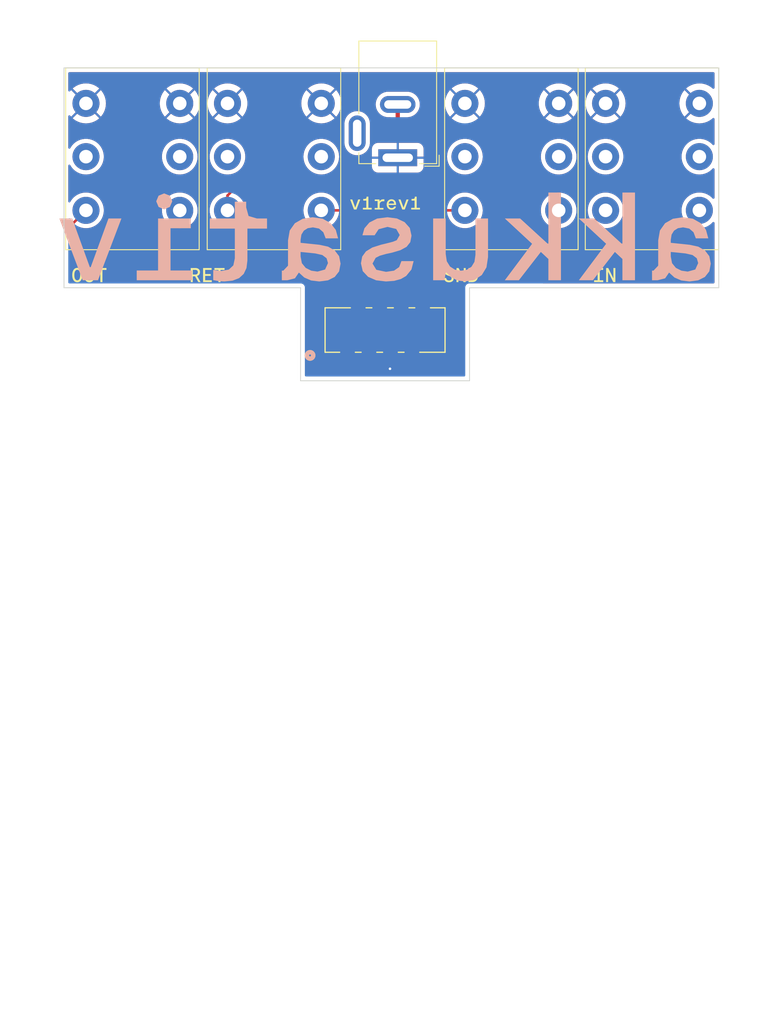
<source format=kicad_pcb>
(kicad_pcb (version 20211014) (generator pcbnew)
  (layers (0 "F.Cu" signal) (31 "B.Cu" signal) (34 "B.Paste" user) (35 "F.Paste" user) (36 "B.SilkS" user "B.Silkscreen") (37 "F.SilkS" user "F.Silkscreen") (38 "B.Mask" user) (39 "F.Mask" user) (44 "Edge.Cuts" user))
  (net 0 "")
  (net 3 "/GND")
  (net 4 "/Out")
  (net 8 "/Ret")
  (net 9 "/Snd")
  (net 12 "/In")
  (net 17 "/Jack9V")
  (net 18 "/Gnd")
  (footprint "Connector_BarrelJack:BarrelJack_GCT_DCJ200-10-A_Horizontal" (layer "F.Cu") (at 101.5 55.626 180)
    (fp_text reference "J6" hide)
    (fp_text value "Barrel_Jack_Switch")
    (fp_line (start 4.6 -0.7) (end 4.6 0.6) (layer "F.SilkS") (width 0.12))
    (fp_line (start -4.9 -1) (end -4.9 0.3) (layer "F.SilkS") (width 0.12))
    (fp_line (start -3.2 -1) (end -4.9 -1) (layer "F.SilkS") (width 0.12))
    (fp_line (start -4.6 13.8) (end -4.6 -0.7) (layer "F.SilkS") (width 0.12))
    (fp_line (start -4.6 -0.7) (end -2.6 -0.7) (layer "F.SilkS") (width 0.12))
    (fp_line (start 4.6 5.2) (end 4.6 13.8) (layer "F.SilkS") (width 0.12))
    (fp_line (start 2.6 -0.7) (end 4.6 -0.7) (layer "F.SilkS") (width 0.12))
    (fp_line (start 4.6 13.8) (end -4.6 13.8) (layer "F.SilkS") (width 0.12))
    (pad "1" thru_hole rect (at 0 0 180) (size 4.6 2) (drill oval 3.6 1) (layers *.Cu *.Mask) (net 3 "/GND"))
    (pad "2" thru_hole oval (at 0 6.3 180) (size 4.2 2) (drill oval 3.2 1) (layers *.Cu *.Mask) (net 17 "/Jack9V"))
    (pad "3" thru_hole oval (at 4.8 2.9 180) (size 2 4.2) (drill oval 1 3.2) (layers *.Cu *.Mask))
  )
  (footprint "kibuzzard-67A4F0EE" (layer "F.Cu") (at 100 61)
    (fp_text reference "kibuzzard-67A4F0EE" hide)
    (fp_text value "G***" hide)
    (fp_poly (pts (xy -0.221456 -0.2286) (xy -0.394395 -0.203002) (xy -0.527447 -0.126206) (xy -0.612279 -0.004762) (xy -0.640556 0.154781) (xy -0.640556 0.566738) (xy -0.1905 0.566738) (xy -0.1905 0.750094) (xy -1.231106 0.750094) (xy -1.231106 0.566738) (xy -0.883444 0.566738) (xy -0.883444 -0.257175) (xy -1.2192 -0.257175) (xy -1.2192 -0.440531) (xy -0.66675 -0.440531) (xy -0.642938 -0.242887) (xy -0.626269 -0.242887) (xy -0.553045 -0.340519) (xy -0.461962 -0.409575) (xy -0.339923 -0.450652) (xy -0.173831 -0.464344) (xy -0.083344 -0.464344) (xy -0.083344 -0.221456) (xy -0.221456 -0.2286)) (layer "F.SilkS") (width 0) (fill solid))
    (fp_poly (pts (xy 3.743325 0.547688) (xy 4.131469 0.547688) (xy 4.131469 0.750094) (xy 3.093244 0.750094) (xy 3.093244 0.547688) (xy 3.493294 0.547688) (xy 3.493294 -0.3048) (xy 3.133725 -0.3048) (xy 3.133725 -0.502444) (xy 3.305175 -0.502444) (xy 3.424238 -0.523875) (xy 3.495675 -0.588169) (xy 3.519487 -0.695325) (xy 3.519487 -0.773906) (xy 3.743325 -0.773906) (xy 3.743325 0.547688)) (layer "F.SilkS") (width 0) (fill solid))
    (fp_poly (pts (xy 2.53365 -0.440531) (xy 2.7813 -0.440531) (xy 2.331244 0.750094) (xy 2.035969 0.750094) (xy 1.583531 -0.440531) (xy 1.833562 -0.440531) (xy 2.176463 0.497681) (xy 2.193131 0.497681) (xy 2.53365 -0.440531)) (layer "F.SilkS") (width 0) (fill solid))
    (fp_poly (pts (xy -3.18135 -0.440531) (xy -2.9337 -0.440531) (xy -3.383756 0.750094) (xy -3.679031 0.750094) (xy -4.131469 -0.440531) (xy -3.881438 -0.440531) (xy -3.538538 0.497681) (xy -3.521869 0.497681) (xy -3.18135 -0.440531)) (layer "F.SilkS") (width 0) (fill solid))
    (fp_poly (pts (xy -1.971675 0.547688) (xy -1.583531 0.547688) (xy -1.583531 0.750094) (xy -2.621756 0.750094) (xy -2.621756 0.547688) (xy -2.221706 0.547688) (xy -2.221706 -0.3048) (xy -2.581275 -0.3048) (xy -2.581275 -0.502444) (xy -2.409825 -0.502444) (xy -2.290763 -0.523875) (xy -2.219325 -0.588169) (xy -2.195513 -0.695325) (xy -2.195513 -0.773906) (xy -1.971675 -0.773906) (xy -1.971675 0.547688)) (layer "F.SilkS") (width 0) (fill solid))
    (fp_poly (pts (xy 0.773906 0.576263) (xy 0.911225 0.55589) (xy 1.008856 0.494771) (xy 1.0668 0.392906) (xy 1.300163 0.392906) (xy 1.236464 0.552152) (xy 1.121569 0.672703) (xy 0.964406 0.748605) (xy 0.773906 0.773906) (xy 0.612775 0.755253) (xy 0.472281 0.699294) (xy 0.352425 0.606028) (xy 0.261144 0.4826) (xy 0.206375 0.336153) (xy 0.188119 0.166688) (xy 0.206375 -0.011245) (xy 0.261144 -0.164042) (xy 0.352425 -0.291703) (xy 0.470958 -0.387615) (xy 0.607483 -0.445161) (xy 0.762 -0.464344) (xy 0.908711 -0.447146) (xy 1.037696 -0.395552) (xy 1.148953 -0.309562) (xy 1.234281 -0.191029) (xy 1.285478 -0.041804) (xy 1.302544 0.138113) (xy 1.297781 0.216694) (xy 0.423862 0.216694) (xy 0.423862 0.045244) (xy 1.069181 0.045244) (xy 1.046262 -0.08007) (xy 0.982266 -0.179784) (xy 0.884932 -0.244971) (xy 0.762 -0.2667) (xy 0.63877 -0.244376) (xy 0.535781 -0.177403) (xy 0.461367 -0.077093) (xy 0.423862 0.045244) (xy 0.423862 0.216694) (xy 0.421481 0.216694) (xy 0.452438 0.362843) (xy 0.526256 0.477441) (xy 0.635794 0.551557) (xy 0.773906 0.576263)) (layer "F.SilkS") (width 0) (fill solid))
  )
  (footprint "kibuzzard-67A4F143" (layer "F.Cu") (at 126 69.5)
    (fp_text reference "kibuzzard-67A4F143" hide)
    (fp_text value "G***" hide)
    (fp_poly (pts (xy 1.026319 -0.833438) (xy 1.259681 -0.833438) (xy 1.259681 0.833438) (xy 1.007269 0.833438) (xy 0.414338 -0.357187) (xy 0.397669 -0.357187) (xy 0.397669 0.833438) (xy 0.164306 0.833438) (xy 0.164306 -0.833438) (xy 0.416719 -0.833438) (xy 1.00965 0.359569) (xy 1.026319 0.359569) (xy 1.026319 -0.833438)) (layer "F.SilkS") (width 0) (fill solid))
    (fp_poly (pts (xy -0.59055 0.611981) (xy -0.176212 0.611981) (xy -0.176212 0.833438) (xy -1.259681 0.833438) (xy -1.259681 0.611981) (xy -0.840581 0.611981) (xy -0.840581 -0.611981) (xy -1.247775 -0.611981) (xy -1.247775 -0.833438) (xy -0.188119 -0.833438) (xy -0.188119 -0.611981) (xy -0.59055 -0.611981) (xy -0.59055 0.611981)) (layer "F.SilkS") (width 0) (fill solid))
  )
  (footprint "kibuzzard-67A4F113" (layer "F.Cu") (at 65 69.5)
    (fp_text reference "kibuzzard-67A4F113" hide)
    (fp_text value "G***" hide)
    (fp_poly (pts (xy 2.026444 -0.833438) (xy 2.026444 -0.607219) (xy 1.550194 -0.607219) (xy 1.550194 0.833438) (xy 1.300163 0.833438) (xy 1.300163 -0.607219) (xy 0.826294 -0.607219) (xy 0.826294 -0.833438) (xy 2.026444 -0.833438)) (layer "F.SilkS") (width 0) (fill solid))
    (fp_poly (pts (xy 0.540544 -0.833438) (xy 0.540544 0.2667) (xy 0.524272 0.441193) (xy 0.475456 0.586846) (xy 0.394097 0.703659) (xy 0.285221 0.788988) (xy 0.153855 0.840184) (xy 0 0.85725) (xy -0.15412 0.840184) (xy -0.286279 0.788988) (xy -0.396478 0.703659) (xy -0.47916 0.586846) (xy -0.52877 0.441193) (xy -0.545306 0.2667) (xy -0.545306 -0.833438) (xy -0.295275 -0.833438) (xy -0.295275 0.295275) (xy -0.274737 0.434876) (xy -0.213122 0.539353) (xy -0.118765 0.60454) (xy 0 0.626269) (xy 0.116681 0.60454) (xy 0.20955 0.539353) (xy 0.270272 0.434876) (xy 0.290513 0.295275) (xy 0.290513 -0.833438) (xy 0.540544 -0.833438)) (layer "F.SilkS") (width 0) (fill solid))
    (fp_poly (pts (xy -1.42875 0.85725) (xy -1.42875 0.626269) (xy -1.285875 0.586085) (xy -1.176337 0.465534) (xy -1.124744 0.342371) (xy -1.093787 0.187193) (xy -1.083469 0) (xy -1.093787 -0.187193) (xy -1.124744 -0.342371) (xy -1.176337 -0.465534) (xy -1.285875 -0.586085) (xy -1.42875 -0.626269) (xy -1.573411 -0.586085) (xy -1.683544 -0.465534) (xy -1.735137 -0.342371) (xy -1.766094 -0.187193) (xy -1.776413 0) (xy -1.766094 0.187193) (xy -1.735137 0.342371) (xy -1.683544 0.465534) (xy -1.573411 0.586085) (xy -1.42875 0.626269) (xy -1.42875 0.85725) (xy -1.600068 0.832115) (xy -1.745721 0.756708) (xy -1.865709 0.631031) (xy -1.936031 0.50676) (xy -1.98626 0.360164) (xy -2.016398 0.191244) (xy -2.026444 0) (xy -2.016398 -0.189309) (xy -1.98626 -0.357187) (xy -1.936031 -0.503634) (xy -1.865709 -0.62865) (xy -1.745721 -0.75565) (xy -1.600068 -0.83185) (xy -1.42875 -0.85725) (xy -1.258755 -0.83185) (xy -1.113896 -0.75565) (xy -0.994172 -0.62865) (xy -0.923851 -0.503634) (xy -0.873621 -0.357187) (xy -0.843483 -0.189309) (xy -0.833437 0) (xy -0.843483 0.189309) (xy -0.873621 0.357187) (xy -0.923851 0.503634) (xy -0.994172 0.62865) (xy -1.113896 0.75565) (xy -1.258755 0.83185) (xy -1.42875 0.85725)) (layer "F.SilkS") (width 0) (fill solid))
  )
  (footprint "Tayda-A6446-6-35mm-Compact-PCB-Mounted-Jack:tayda-A6446-6mm35-jack-pcb-compact" (layer "F.Cu") (at 71.5 45 90)
    (fp_text reference "J1" hide)
    (fp_text value "Out")
    (fp_line (start 0 -9.3) (end 0 6.5) (layer "F.SilkS") (width 0.12))
    (fp_line (start 0 6.5) (end -21.5 6.5) (layer "F.SilkS") (width 0.12))
    (fp_line (start -21.5 -9.3) (end 0 -9.3) (layer "F.SilkS") (width 0.12))
    (fp_line (start -21.5 6.5) (end -21.5 -9.3) (layer "F.SilkS") (width 0.12))
    (pad "R" thru_hole circle (at -10.5 -6.9 90) (size 3.2 3.2) (drill 1.6) (layers F&B.Cu *.Mask))
    (pad "RN" thru_hole circle (at -10.5 4.2 90) (size 3.2 3.2) (drill 1.6) (layers F&B.Cu *.Mask))
    (pad "S" thru_hole circle (at -4.2 4.2 90) (size 3.2 3.2) (drill 1.6) (layers F&B.Cu *.Mask) (net 3 "/GND"))
    (pad "S" thru_hole circle (at -4.2 -6.9 90) (size 3.2 3.2) (drill 1.6) (layers F&B.Cu *.Mask) (net 3 "/GND"))
    (pad "T" thru_hole circle (at -16.85 -6.9 90) (size 3.2 3.2) (drill 1.6) (layers F&B.Cu *.Mask) (net 4 "/Out"))
    (pad "TN" thru_hole circle (at -16.85 4.2 90) (size 3.2 3.2) (drill 1.6) (layers F&B.Cu *.Mask))
  )
  (footprint "Tayda-A6446-6-35mm-Compact-PCB-Mounted-Jack:tayda-A6446-6mm35-jack-pcb-compact" (layer "F.Cu") (at 133 45 90)
    (fp_text reference "J3" hide)
    (fp_text value "In")
    (fp_line (start -21.5 6.5) (end -21.5 -9.3) (layer "F.SilkS") (width 0.12))
    (fp_line (start 0 6.5) (end -21.5 6.5) (layer "F.SilkS") (width 0.12))
    (fp_line (start -21.5 -9.3) (end 0 -9.3) (layer "F.SilkS") (width 0.12))
    (fp_line (start 0 -9.3) (end 0 6.5) (layer "F.SilkS") (width 0.12))
    (pad "R" thru_hole circle (at -10.5 -6.9 90) (size 3.2 3.2) (drill 1.6) (layers F&B.Cu *.Mask))
    (pad "RN" thru_hole circle (at -10.5 4.2 90) (size 3.2 3.2) (drill 1.6) (layers F&B.Cu *.Mask))
    (pad "S" thru_hole circle (at -4.2 4.2 90) (size 3.2 3.2) (drill 1.6) (layers F&B.Cu *.Mask) (net 3 "/GND"))
    (pad "S" thru_hole circle (at -4.2 -6.9 90) (size 3.2 3.2) (drill 1.6) (layers F&B.Cu *.Mask) (net 3 "/GND"))
    (pad "T" thru_hole circle (at -16.85 -6.9 90) (size 3.2 3.2) (drill 1.6) (layers F&B.Cu *.Mask) (net 12 "/In"))
    (pad "TN" thru_hole circle (at -16.85 4.2 90) (size 3.2 3.2) (drill 1.6) (layers F&B.Cu *.Mask))
  )
  (footprint "Tayda-A6446-6-35mm-Compact-PCB-Mounted-Jack:tayda-A6446-6mm35-jack-pcb-compact" (layer "F.Cu") (at 116.35 45 90)
    (fp_text reference "J4" hide)
    (fp_text value "Snd")
    (fp_line (start 0 -9.3) (end 0 6.5) (layer "F.SilkS") (width 0.12))
    (fp_line (start -21.5 6.5) (end -21.5 -9.3) (layer "F.SilkS") (width 0.12))
    (fp_line (start -21.5 -9.3) (end 0 -9.3) (layer "F.SilkS") (width 0.12))
    (fp_line (start 0 6.5) (end -21.5 6.5) (layer "F.SilkS") (width 0.12))
    (pad "R" thru_hole circle (at -10.5 -6.9 90) (size 3.2 3.2) (drill 1.6) (layers F&B.Cu *.Mask))
    (pad "RN" thru_hole circle (at -10.5 4.2 90) (size 3.2 3.2) (drill 1.6) (layers F&B.Cu *.Mask))
    (pad "S" thru_hole circle (at -4.2 4.2 90) (size 3.2 3.2) (drill 1.6) (layers F&B.Cu *.Mask) (net 3 "/GND"))
    (pad "S" thru_hole circle (at -4.2 -6.9 90) (size 3.2 3.2) (drill 1.6) (layers F&B.Cu *.Mask) (net 3 "/GND"))
    (pad "T" thru_hole circle (at -16.85 -6.9 90) (size 3.2 3.2) (drill 1.6) (layers F&B.Cu *.Mask) (net 9 "/Snd"))
    (pad "TN" thru_hole circle (at -16.85 4.2 90) (size 3.2 3.2) (drill 1.6) (layers F&B.Cu *.Mask))
  )
  (footprint "Tayda-A6446-6-35mm-Compact-PCB-Mounted-Jack:tayda-A6446-6mm35-jack-pcb-compact" (layer "F.Cu") (at 88.25 45 90)
    (fp_text reference "J2" hide)
    (fp_text value "Ret")
    (fp_line (start 0 6.5) (end -21.5 6.5) (layer "F.SilkS") (width 0.12))
    (fp_line (start -21.5 -9.3) (end 0 -9.3) (layer "F.SilkS") (width 0.12))
    (fp_line (start 0 -9.3) (end 0 6.5) (layer "F.SilkS") (width 0.12))
    (fp_line (start -21.5 6.5) (end -21.5 -9.3) (layer "F.SilkS") (width 0.12))
    (pad "R" thru_hole circle (at -10.5 -6.9 90) (size 3.2 3.2) (drill 1.6) (layers F&B.Cu *.Mask))
    (pad "RN" thru_hole circle (at -10.5 4.2 90) (size 3.2 3.2) (drill 1.6) (layers F&B.Cu *.Mask))
    (pad "S" thru_hole circle (at -4.2 -6.9 90) (size 3.2 3.2) (drill 1.6) (layers F&B.Cu *.Mask) (net 3 "/GND"))
    (pad "S" thru_hole circle (at -4.2 4.2 90) (size 3.2 3.2) (drill 1.6) (layers F&B.Cu *.Mask) (net 3 "/GND"))
    (pad "T" thru_hole circle (at -16.85 -6.9 90) (size 3.2 3.2) (drill 1.6) (layers F&B.Cu *.Mask) (net 8 "/Ret"))
    (pad "TN" thru_hole circle (at -16.85 4.2 90) (size 3.2 3.2) (drill 1.6) (layers F&B.Cu *.Mask) (net 9 "/Snd"))
  )
  (footprint "kibuzzard-67A4F12B" (layer "F.Cu") (at 79 69.5)
    (fp_text reference "kibuzzard-67A4F12B" hide)
    (fp_text value "G***" hide)
    (fp_poly (pts (xy -0.292894 0.611981) (xy 0.492919 0.611981) (xy 0.492919 0.833438) (xy -0.538162 0.833438) (xy -0.538162 -0.833438) (xy 0.469106 -0.833438) (xy 0.469106 -0.611981) (xy -0.292894 -0.611981) (xy -0.292894 -0.121444) (xy 0.366713 -0.121444) (xy 0.366713 0.097631) (xy -0.292894 0.097631) (xy -0.292894 0.611981)) (layer "F.SilkS") (width 0) (fill solid))
    (fp_poly (pts (xy -0.833438 0.833438) (xy -1.102519 0.833438) (xy -1.490663 0.1524) (xy -1.757363 0.1524) (xy -1.757363 -0.064294) (xy -1.462088 -0.064294) (xy -1.334393 -0.083344) (xy -1.237059 -0.140494) (xy -1.175445 -0.229195) (xy -1.154906 -0.3429) (xy -1.175445 -0.457498) (xy -1.237059 -0.544116) (xy -1.334393 -0.598587) (xy -1.462088 -0.616744) (xy -1.757363 -0.616744) (xy -1.757363 -0.064294) (xy -1.757363 0.1524) (xy -1.757363 0.833438) (xy -2.002631 0.833438) (xy -2.002631 -0.833438) (xy -1.42875 -0.833438) (xy -1.27926 -0.818885) (xy -1.151467 -0.775229) (xy -1.045369 -0.702469) (xy -0.965994 -0.605631) (xy -0.918369 -0.489744) (xy -0.902494 -0.354806) (xy -0.925413 -0.19437) (xy -0.994172 -0.060722) (xy -1.103412 0.04197) (xy -1.247775 0.109538) (xy -0.833438 0.833438)) (layer "F.SilkS") (width 0) (fill solid))
    (fp_poly (pts (xy 2.002631 -0.833438) (xy 2.002631 -0.607219) (xy 1.526381 -0.607219) (xy 1.526381 0.833438) (xy 1.27635 0.833438) (xy 1.27635 -0.607219) (xy 0.802481 -0.607219) (xy 0.802481 -0.833438) (xy 2.002631 -0.833438)) (layer "F.SilkS") (width 0) (fill solid))
  )
  (footprint "molex-picoflex8:CONN_SDA-90814_08_MOL" (layer "F.Cu") (at 100 76)
    (fp_text reference "J5" hide)
    (fp_text value "908140508")
    (fp_circle (center -8.8773 2.998099) (end -8.4963 2.998099) (layer "B.SilkS") (width 0.508) (fill none))
    (fp_line (start -0.97536 2.6289) (end -0.29464 2.6289) (layer "F.SilkS") (width 0.1524))
    (fp_line (start 7.0993 2.6289) (end 7.0993 -2.6289) (layer "F.SilkS") (width 0.1524))
    (fp_line (start -3.51536 2.6289) (end -2.83464 2.6289) (layer "F.SilkS") (width 0.1524))
    (fp_line (start 3.51536 -2.6289) (end 2.83464 -2.6289) (layer "F.SilkS") (width 0.1524))
    (fp_line (start -4.10464 -2.6289) (end -7.0993 -2.6289) (layer "F.SilkS") (width 0.1524))
    (fp_line (start -7.0993 -2.6289) (end -7.0993 2.6289) (layer "F.SilkS") (width 0.1524))
    (fp_line (start 1.56464 2.6289) (end 2.24536 2.6289) (layer "F.SilkS") (width 0.1524))
    (fp_line (start -1.56464 -2.6289) (end -2.24536 -2.6289) (layer "F.SilkS") (width 0.1524))
    (fp_line (start 7.0993 -2.6289) (end 5.37464 -2.6289) (layer "F.SilkS") (width 0.1524))
    (fp_line (start -7.0993 2.6289) (end -5.37464 2.6289) (layer "F.SilkS") (width 0.1524))
    (fp_line (start 4.10464 2.6289) (end 7.0993 2.6289) (layer "F.SilkS") (width 0.1524))
    (fp_line (start 0.97536 -2.6289) (end 0.29464 -2.6289) (layer "F.SilkS") (width 0.1524))
    (fp_circle (center -8.8773 2.998099) (end -8.4963 2.998099) (layer "F.SilkS") (width 0.508) (fill none))
    (pad "1" smd rect (at -4.445 2.998099) (size 1.1938 2.0066) (layers "F.Cu" "F.Paste" "F.Mask") (net 17 "/Jack9V"))
    (pad "2" smd rect (at -3.175 -3.001902) (size 1.1938 2.0066) (layers "F.Cu" "F.Paste" "F.Mask") (net 3 "/GND"))
    (pad "3" smd rect (at -1.905 2.998099) (size 1.1938 2.0066) (layers "F.Cu" "F.Paste" "F.Mask") (net 12 "/In"))
    (pad "4" smd rect (at -0.635 -3.001902) (size 1.1938 2.0066) (layers "F.Cu" "F.Paste" "F.Mask") (net 9 "/Snd"))
    (pad "5" smd rect (at 0.635 2.998099) (size 1.1938 2.0066) (layers "F.Cu" "F.Paste" "F.Mask") (net 3 "/GND"))
    (pad "6" smd rect (at 1.905 -3.001902) (size 1.1938 2.0066) (layers "F.Cu" "F.Paste" "F.Mask") (net 8 "/Ret"))
    (pad "7" smd rect (at 3.175 2.998099) (size 1.1938 2.0066) (layers "F.Cu" "F.Paste" "F.Mask") (net 4 "/Out"))
    (pad "8" smd rect (at 4.445 -3.001902) (size 1.1938 2.0066) (layers "F.Cu" "F.Paste" "F.Mask") (net 18 "/Gnd"))
  )
  (footprint "kibuzzard-67A4F13A" (layer "F.Cu") (at 109 69.5)
    (fp_text reference "kibuzzard-67A4F13A" hide)
    (fp_text value "G***" hide)
    (fp_poly (pts (xy 1.302544 -0.833438) (xy 1.466106 -0.819522) (xy 1.60913 -0.777776) (xy 1.731615 -0.708199) (xy 1.833563 -0.610791) (xy 1.913781 -0.489421) (xy 1.97108 -0.34796) (xy 2.005459 -0.186407) (xy 2.016919 -0.004763) (xy 2.005533 0.179115) (xy 1.971377 0.342602) (xy 1.914451 0.485701) (xy 1.834753 0.608409) (xy 1.733178 0.706859) (xy 1.610618 0.77718) (xy 1.467073 0.819373) (xy 1.302544 0.833438) (xy 1.288256 0.833438) (xy 1.288256 0.607219) (xy 1.431264 0.589889) (xy 1.549135 0.537898) (xy 1.641872 0.451247) (xy 1.708679 0.331258) (xy 1.748764 0.179255) (xy 1.762125 -0.004763) (xy 1.748962 -0.188846) (xy 1.709473 -0.33946) (xy 1.643658 -0.456605) (xy 1.551517 -0.540279) (xy 1.433049 -0.590484) (xy 1.288256 -0.607219) (xy 1.131094 -0.607219) (xy 1.131094 0.607219) (xy 1.288256 0.607219) (xy 1.288256 0.833438) (xy 0.881063 0.833438) (xy 0.881063 -0.833438) (xy 1.302544 -0.833438)) (layer "F.SilkS") (width 0) (fill solid))
    (fp_poly (pts (xy -0.8763 0.392906) (xy -0.893498 0.531813) (xy -0.945092 0.646906) (xy -1.031081 0.738187) (xy -1.144587 0.804333) (xy -1.278731 0.844021) (xy -1.433512 0.85725) (xy -1.59729 0.842036) (xy -1.736196 0.796396) (xy -1.850231 0.720328) (xy -1.936485 0.617802) (xy -1.992048 0.492786) (xy -2.016919 0.345281) (xy -1.769269 0.345281) (xy -1.735038 0.471487) (xy -1.665684 0.564356) (xy -1.563588 0.621506) (xy -1.431131 0.640556) (xy -1.311176 0.625673) (xy -1.213247 0.581025) (xy -1.14806 0.506016) (xy -1.126331 0.40005) (xy -1.152525 0.277416) (xy -1.237059 0.1905) (xy -1.338262 0.135731) (xy -1.464469 0.090488) (xy -1.526381 0.071438) (xy -1.684734 0.008334) (xy -1.820466 -0.0762) (xy -1.927622 -0.208359) (xy -1.964531 -0.390525) (xy -1.947598 -0.52242) (xy -1.896798 -0.635529) (xy -1.812131 -0.729853) (xy -1.701271 -0.800629) (xy -1.57189 -0.843095) (xy -1.423987 -0.85725) (xy -1.275292 -0.842301) (xy -1.146704 -0.797454) (xy -1.038225 -0.722709) (xy -0.955146 -0.624681) (xy -0.902758 -0.509984) (xy -0.881062 -0.378619) (xy -1.116806 -0.378619) (xy -1.145977 -0.484287) (xy -1.209675 -0.567928) (xy -1.303734 -0.622399) (xy -1.423987 -0.640556) (xy -1.542157 -0.62359) (xy -1.634728 -0.572691) (xy -1.694557 -0.495002) (xy -1.7145 -0.397669) (xy -1.693069 -0.309562) (xy -1.651397 -0.24765) (xy -1.572816 -0.198834) (xy -1.497806 -0.165497) (xy -1.407319 -0.135731) (xy -1.35255 -0.116681) (xy -1.272778 -0.088106) (xy -1.188244 -0.052388) (xy -1.095375 -0.002381) (xy -1.014412 0.063103) (xy -0.940594 0.148828) (xy -0.89535 0.257175) (xy -0.8763 0.392906)) (layer "F.SilkS") (width 0) (fill solid))
    (fp_poly (pts (xy 0.314325 -0.833438) (xy 0.547688 -0.833438) (xy 0.547688 0.833438) (xy 0.295275 0.833438) (xy -0.297656 -0.357187) (xy -0.314325 -0.357187) (xy -0.314325 0.833438) (xy -0.547687 0.833438) (xy -0.547687 -0.833438) (xy -0.295275 -0.833438) (xy 0.297656 0.359569) (xy 0.314325 0.359569) (xy 0.314325 -0.833438)) (layer "F.SilkS") (width 0) (fill solid))
  )
  (footprint "kibuzzard-67A4F1E7" (layer "B.Cu") (at 100 65 180)
    (fp_text reference "kibuzzard-67A4F1E7" hide)
    (fp_text value "G***" hide)
    (fp_poly (pts (xy -22.937153 2.19075) (xy -26.164858 -0.803275) (xy -22.937153 -5.11175) (xy -24.602123 -5.11175) (xy -27.201813 -1.767205) (xy -28.092718 -2.59969) (xy -28.092718 -5.11175) (xy -29.582428 -5.11175) (xy -29.582428 5.2578) (xy -28.092718 5.2578) (xy -28.092718 -0.774065) (xy -27.990483 -0.774065) (xy -24.748173 2.19075) (xy -22.937153 2.19075)) (layer "B.SilkS") (width 0) (fill solid))
    (fp_poly (pts (xy 26.865898 -3.957955) (xy 29.392562 -3.957955) (xy 29.392562 -5.11175) (xy 22.849523 -5.11175) (xy 22.849523 -3.957955) (xy 25.390793 -3.957955) (xy 25.390793 1.036955) (xy 22.995572 1.036955) (xy 22.995572 2.19075) (xy 26.865898 2.19075) (xy 26.865898 -3.957955)) (layer "B.SilkS") (width 0) (fill solid))
    (fp_poly (pts (xy -31.773178 -3.97256) (xy -31.597918 -3.97256) (xy -31.597918 -5.11175) (xy -32.255143 -5.11175) (xy -33.149699 -4.885373) (xy -33.613408 -4.20624) (xy -34.252782 -4.79044) (xy -35.060925 -5.14096) (xy -35.818763 -5.231598) (xy -35.818763 -4.0894) (xy -35.075733 -3.979863) (xy -34.423985 -3.65125) (xy -33.969404 -3.09626) (xy -33.817878 -2.30759) (xy -33.817878 -1.767205) (xy -35.555873 -1.942465) (xy -36.391603 -2.133953) (xy -36.893041 -2.513683) (xy -37.060188 -3.081655) (xy -36.71697 -3.841115) (xy -35.818763 -4.0894) (xy -35.818763 -5.231598) (xy -36.037838 -5.2578) (xy -37.054711 -5.124529) (xy -37.85616 -4.724718) (xy -38.376463 -4.065667) (xy -38.549898 -3.15468) (xy -38.378289 -2.267426) (xy -37.863463 -1.591945) (xy -37.06749 -1.13919) (xy -36.052443 -0.920115) (xy -33.817878 -0.686435) (xy -33.817878 -0.335915) (xy -33.914636 0.286623) (xy -34.20491 0.752158) (xy -34.666793 1.042432) (xy -35.278378 1.13919) (xy -36.003759 0.994763) (xy -36.505198 0.561481) (xy -36.782693 -0.160655) (xy -38.257798 -0.160655) (xy -37.982128 0.845264) (xy -37.35959 1.643062) (xy -36.433998 2.163366) (xy -35.249168 2.3368) (xy -34.071639 2.159714) (xy -33.138745 1.628458) (xy -32.530812 0.768588) (xy -32.328168 -0.394335) (xy -32.328168 -3.38836) (xy -31.773178 -3.97256)) (layer "B.SilkS") (width 0) (fill solid))
    (fp_poly (pts (xy 26.150253 3.27152) (xy 25.47112 3.556317) (xy 25.186323 4.220845) (xy 25.47112 4.885373) (xy 26.150253 5.155565) (xy 26.807478 4.885373) (xy 27.084973 4.220845) (xy 26.807478 3.556317) (xy 26.150253 3.27152)) (layer "B.SilkS") (width 0) (fill solid))
    (fp_poly (pts (xy 12.041822 -3.97256) (xy 12.217082 -3.97256) (xy 12.217082 -5.11175) (xy 11.559857 -5.11175) (xy 10.665301 -4.885373) (xy 10.201592 -4.20624) (xy 9.562218 -4.79044) (xy 8.754075 -5.14096) (xy 7.996237 -5.231598) (xy 7.996237 -4.0894) (xy 8.739267 -3.979863) (xy 9.391015 -3.65125) (xy 9.845596 -3.09626) (xy 9.997122 -2.30759) (xy 9.997122 -1.767205) (xy 8.259127 -1.942465) (xy 7.423397 -2.133953) (xy 6.921959 -2.513683) (xy 6.754812 -3.081655) (xy 7.09803 -3.841115) (xy 7.996237 -4.0894) (xy 7.996237 -5.231598) (xy 7.777162 -5.2578) (xy 6.760289 -5.124529) (xy 5.95884 -4.724718) (xy 5.438537 -4.065667) (xy 5.265102 -3.15468) (xy 5.436711 -2.267426) (xy 5.951537 -1.591945) (xy 6.74751 -1.13919) (xy 7.762557 -0.920115) (xy 9.997122 -0.686435) (xy 9.997122 -0.335915) (xy 9.900364 0.286623) (xy 9.61009 0.752158) (xy 9.148207 1.042432) (xy 8.536622 1.13919) (xy 7.811241 0.994763) (xy 7.309803 0.561481) (xy 7.032307 -0.160655) (xy 5.557202 -0.160655) (xy 5.832872 0.845264) (xy 6.45541 1.643062) (xy 7.381002 2.163366) (xy 8.565832 2.3368) (xy 9.743361 2.159714) (xy 10.676255 1.628458) (xy 11.284188 0.768588) (xy 11.486832 -0.394335) (xy 11.486832 -3.38836) (xy 12.041822 -3.97256)) (layer "B.SilkS") (width 0) (fill solid))
    (fp_poly (pts (xy 2.855277 -3.110865) (xy 2.643505 -4.036457) (xy 2.008187 -4.710113) (xy 1.055211 -5.120878) (xy -0.109538 -5.2578) (xy -1.075902 -5.185586) (xy -1.871874 -4.968946) (xy -2.497455 -4.607878) (xy -3.123644 -3.842941) (xy -3.381058 -2.847975) (xy -1.935163 -2.847975) (xy -1.667404 -3.553883) (xy -1.058863 -3.977428) (xy -0.109538 -4.11861) (xy 1.029652 -3.877628) (xy 1.482407 -3.140075) (xy 1.10998 -2.460942) (xy 0.615236 -2.210832) (xy -0.124143 -2.000885) (xy -0.810578 -1.854835) (xy -1.821974 -1.557258) (xy -2.548573 -1.161097) (xy -2.986723 -0.607933) (xy -3.132773 0.160655) (xy -2.928303 1.071642) (xy -2.314893 1.759902) (xy -1.398429 2.192576) (xy -0.284798 2.3368) (xy 0.936546 2.181622) (xy 1.854835 1.716088) (xy 2.444512 1.027827) (xy 2.680017 0.20447) (xy 1.234122 0.20447) (xy 0.75946 0.920115) (xy -0.284798 1.19761) (xy -1.321753 0.949325) (xy -1.730693 0.23368) (xy -1.380173 -0.37973) (xy -0.898208 -0.569595) (xy -0.153353 -0.75946) (xy 0.460057 -0.90551) (xy 1.517094 -1.243251) (xy 2.263775 -1.701483) (xy 2.707402 -2.313067) (xy 2.855277 -3.110865)) (layer "B.SilkS") (width 0) (fill solid))
    (fp_poly (pts (xy -9.485948 -5.2578) (xy -10.590451 -5.067935) (xy -11.45032 -4.49834) (xy -12.003484 -3.589179) (xy -12.187873 -2.380615) (xy -12.187873 2.19075) (xy -10.698163 2.19075) (xy -10.698163 -2.117725) (xy -10.579497 -2.935605) (xy -10.2235 -3.519805) (xy -9.681289 -3.870325) (xy -9.003983 -3.987165) (xy -8.273733 -3.863023) (xy -7.689533 -3.490595) (xy -7.306151 -2.869882) (xy -7.178358 -2.000885) (xy -7.178358 2.19075) (xy -5.688648 2.19075) (xy -5.688648 -5.11175) (xy -7.032308 -5.11175) (xy -7.178358 -4.20624) (xy -7.280593 -4.20624) (xy -7.850188 -4.79044) (xy -8.585306 -5.14096) (xy -9.485948 -5.2578)) (layer "B.SilkS") (width 0) (fill solid))
    (fp_poly (pts (xy 37.030978 2.19075) (xy 38.549898 2.19075) (xy 35.789553 -5.11175) (xy 33.978533 -5.11175) (xy 31.203583 2.19075) (xy 32.737108 2.19075) (xy 34.840228 -3.56362) (xy 34.942463 -3.56362) (xy 37.030978 2.19075)) (layer "B.SilkS") (width 0) (fill solid))
    (fp_poly (pts (xy -14.174153 2.19075) (xy -17.401858 -0.803275) (xy -14.174153 -5.11175) (xy -15.839123 -5.11175) (xy -18.438813 -1.767205) (xy -19.329718 -2.59969) (xy -19.329718 -5.11175) (xy -20.819428 -5.11175) (xy -20.819428 5.2578) (xy -19.329718 5.2578) (xy -19.329718 -0.774065) (xy -19.227483 -0.774065) (xy -15.985173 2.19075) (xy -14.174153 2.19075)) (layer "B.SilkS") (width 0) (fill solid))
    (fp_poly (pts (xy 17.781587 -2.526665) (xy 17.95847 -3.354282) (xy 18.489119 -3.850852) (xy 19.373533 -4.016375) (xy 20.337463 -3.899535) (xy 20.337463 -5.097145) (xy 19.68754 -5.217636) (xy 19.023013 -5.2578) (xy 18.039804 -5.158486) (xy 17.275086 -4.860544) (xy 16.728859 -4.363974) (xy 16.401123 -3.668776) (xy 16.291878 -2.77495) (xy 16.291878 0.99314) (xy 13.969683 0.99314) (xy 13.969683 2.19075) (xy 15.167292 2.19075) (xy 16.15313 2.48285) (xy 16.437928 3.5052) (xy 16.437928 4.17703) (xy 17.781587 4.17703) (xy 17.781587 2.19075) (xy 20.746403 2.19075) (xy 20.746403 0.99314) (xy 17.781587 0.99314) (xy 17.781587 -2.526665)) (layer "B.SilkS") (width 0) (fill solid))
  )
  (gr_line (start 110 71) (end 139.5 71) (layer "Edge.Cuts") (width 0.1))
  (gr_line (start 62 45) (end 139.5 45) (layer "Edge.Cuts") (width 0.1))
  (gr_line (start 90 71) (end 62 71) (layer "Edge.Cuts") (width 0.1))
  (gr_line (start 110 82) (end 90 82) (layer "Edge.Cuts") (width 0.1))
  (gr_line (start 62 71) (end 62 45) (layer "Edge.Cuts") (width 0.1))
  (gr_line (start 139.5 45) (end 139.5 71) (layer "Edge.Cuts") (width 0.1))
  (gr_line (start 110 82) (end 110 71) (layer "Edge.Cuts") (width 0.1))
  (gr_line (start 90 82) (end 90 71) (layer "Edge.Cuts") (width 0.1))
  (segment (start 100.635 80.5295) (end 100.584 80.5805) (width 0.3) (layer "F.Cu") (net 3))
  (segment (start 100.635 78.998099) (end 100.635 80.5295) (width 0.3) (layer "F.Cu") (net 3))
  (via (at 100.584 80.5805) (size 0.7) (drill 0.3) (layers "F.Cu" "B.Cu") (net 3))
  (segment (start 92.456 81.28) (end 91.186 80.01) (width 0.3) (layer "F.Cu") (net 4))
  (segment (start 103.175 78.998099) (end 103.175 80.721) (width 0.3) (layer "F.Cu") (net 4))
  (segment (start 62.9 63.55) (end 64.6 61.85) (width 0.3) (layer "F.Cu") (net 4))
  (segment (start 90.17 70.104) (end 64.262 70.104) (width 0.3) (layer "F.Cu") (net 4))
  (segment (start 64.262 70.104) (end 62.9 68.742) (width 0.3) (layer "F.Cu") (net 4))
  (segment (start 91.186 80.01) (end 91.186 71.12) (width 0.3) (layer "F.Cu") (net 4))
  (segment (start 102.616 81.28) (end 92.456 81.28) (width 0.3) (layer "F.Cu") (net 4))
  (segment (start 91.186 71.12) (end 90.17 70.104) (width 0.3) (layer "F.Cu") (net 4))
  (segment (start 62.9 68.742) (end 62.9 63.55) (width 0.3) (layer "F.Cu") (net 4))
  (segment (start 103.175 80.721) (end 102.616 81.28) (width 0.3) (layer "F.Cu") (net 4))
  (segment (start 112.268 65.278) (end 104.648 65.278) (width 0.3) (layer "F.Cu") (net 8))
  (segment (start 101.905 68.021) (end 101.905 72.998098) (width 0.3) (layer "F.Cu") (net 8))
  (segment (start 104.648 65.278) (end 101.905 68.021) (width 0.3) (layer "F.Cu") (net 8))
  (segment (start 112.268 58.674) (end 113.03 59.436) (width 0.3) (layer "F.Cu") (net 8))
  (segment (start 113.03 59.436) (end 113.03 64.516) (width 0.3) (layer "F.Cu") (net 8))
  (segment (start 81.35 61.85) (end 81.35 60.1) (width 0.3) (layer "F.Cu") (net 8))
  (segment (start 113.03 64.516) (end 112.268 65.278) (width 0.3) (layer "F.Cu") (net 8))
  (segment (start 81.35 60.1) (end 82.776 58.674) (width 0.3) (layer "F.Cu") (net 8))
  (segment (start 82.776 58.674) (end 112.268 58.674) (width 0.3) (layer "F.Cu") (net 8))
  (segment (start 95.886 61.85) (end 92.45 61.85) (width 0.3) (layer "F.Cu") (net 9))
  (segment (start 102.844 61.85) (end 109.45 61.85) (width 0.3) (layer "F.Cu") (net 9))
  (segment (start 99.365 65.329) (end 99.365 72.998098) (width 0.3) (layer "F.Cu") (net 9))
  (segment (start 99.365 65.329) (end 102.844 61.85) (width 0.3) (layer "F.Cu") (net 9))
  (segment (start 95.886 61.85) (end 99.365 65.329) (width 0.3) (layer "F.Cu") (net 9))
  (segment (start 109.22 70.612) (end 109.728 70.104) (width 0.3) (layer "F.Cu") (net 12))
  (segment (start 98.377201 77.644799) (end 106.251201 77.644799) (width 0.3) (layer "F.Cu") (net 12))
  (segment (start 109.22 74.676) (end 109.22 70.612) (width 0.3) (layer "F.Cu") (net 12))
  (segment (start 98.095 77.927) (end 98.377201 77.644799) (width 0.3) (layer "F.Cu") (net 12))
  (segment (start 109.728 70.104) (end 117.846 70.104) (width 0.3) (layer "F.Cu") (net 12))
  (segment (start 98.095 78.998099) (end 98.095 77.927) (width 0.3) (layer "F.Cu") (net 12))
  (segment (start 106.251201 77.644799) (end 109.22 74.676) (width 0.3) (layer "F.Cu") (net 12))
  (segment (start 117.846 70.104) (end 126.1 61.85) (width 0.3) (layer "F.Cu") (net 12))
  (segment (start 106.934 68.072) (end 107.696 67.31) (width 0.5) (layer "F.Cu") (net 17))
  (segment (start 99.369099 75.184) (end 105.156 75.184) (width 0.5) (layer "F.Cu") (net 17))
  (segment (start 102.87 52.324) (end 101.5 50.954) (width 0.5) (layer "F.Cu") (net 17))
  (segment (start 113.792 67.31) (end 115.57 65.532) (width 0.5) (layer "F.Cu") (net 17))
  (segment (start 107.696 67.31) (end 113.792 67.31) (width 0.5) (layer "F.Cu") (net 17))
  (segment (start 113.538 52.324) (end 102.87 52.324) (width 0.5) (layer "F.Cu") (net 17))
  (segment (start 115.57 65.532) (end 115.57 54.356) (width 0.5) (layer "F.Cu") (net 17))
  (segment (start 95.555 78.998099) (end 99.369099 75.184) (width 0.5) (layer "F.Cu") (net 17))
  (segment (start 115.57 54.356) (end 113.538 52.324) (width 0.5) (layer "F.Cu") (net 17))
  (segment (start 105.156 75.184) (end 106.934 73.406) (width 0.5) (layer "F.Cu") (net 17))
  (segment (start 101.5 50.954) (end 101.5 49.326) (width 0.5) (layer "F.Cu") (net 17))
  (segment (start 106.934 73.406) (end 106.934 68.072) (width 0.5) (layer "F.Cu") (net 17))
  (zone (net 3) (net_name "/GND") (layers F&B.Cu) (connect_pads (clearance 0.508)) (min_thickness 0.254) (fill yes (thermal_gap 0.762) (thermal_bridge_width 0.254))
    (polygon (pts (xy 139.5 82) (xy 59.5 82) (xy 59.5 45) (xy 139.5 45)))
  )
)
</source>
